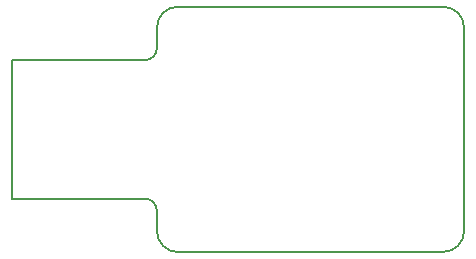
<source format=gbr>
G04 #@! TF.GenerationSoftware,KiCad,Pcbnew,5.0.2-bee76a0~70~ubuntu18.04.1*
G04 #@! TF.CreationDate,2019-11-10T21:22:38-05:00*
G04 #@! TF.ProjectId,ESP-AHT10-Extra,4553502d-4148-4543-9130-2d4578747261,rev?*
G04 #@! TF.SameCoordinates,PX7bfa480PY66c2270*
G04 #@! TF.FileFunction,Profile,NP*
%FSLAX46Y46*%
G04 Gerber Fmt 4.6, Leading zero omitted, Abs format (unit mm)*
G04 Created by KiCad (PCBNEW 5.0.2-bee76a0~70~ubuntu18.04.1) date Sun 10 Nov 2019 09:22:38 PM EST*
%MOMM*%
%LPD*%
G01*
G04 APERTURE LIST*
%ADD10C,0.150000*%
G04 APERTURE END LIST*
D10*
X11250000Y4500000D02*
G75*
G02X12250000Y3500000I0J-1000000D01*
G01*
X12250000Y1750000D02*
X12250000Y3500000D01*
X14000000Y0D02*
G75*
G02X12250000Y1750000I0J1750000D01*
G01*
X36500000Y0D02*
X14000000Y0D01*
X38250000Y1750000D02*
G75*
G02X36500000Y0I-1750000J0D01*
G01*
X38250000Y19000000D02*
X38250000Y1750000D01*
X36500000Y20750000D02*
G75*
G02X38250000Y19000000I0J-1750000D01*
G01*
X14000000Y20750000D02*
X36500000Y20750000D01*
X12250000Y19000000D02*
G75*
G02X14000000Y20750000I1750000J0D01*
G01*
X12250000Y17250000D02*
X12250000Y19000000D01*
X12250000Y17250000D02*
G75*
G02X11250000Y16250000I-1000000J0D01*
G01*
X0Y16250000D02*
X11250000Y16250000D01*
X0Y4500000D02*
X0Y16250000D01*
X11250000Y4500000D02*
X0Y4500000D01*
M02*

</source>
